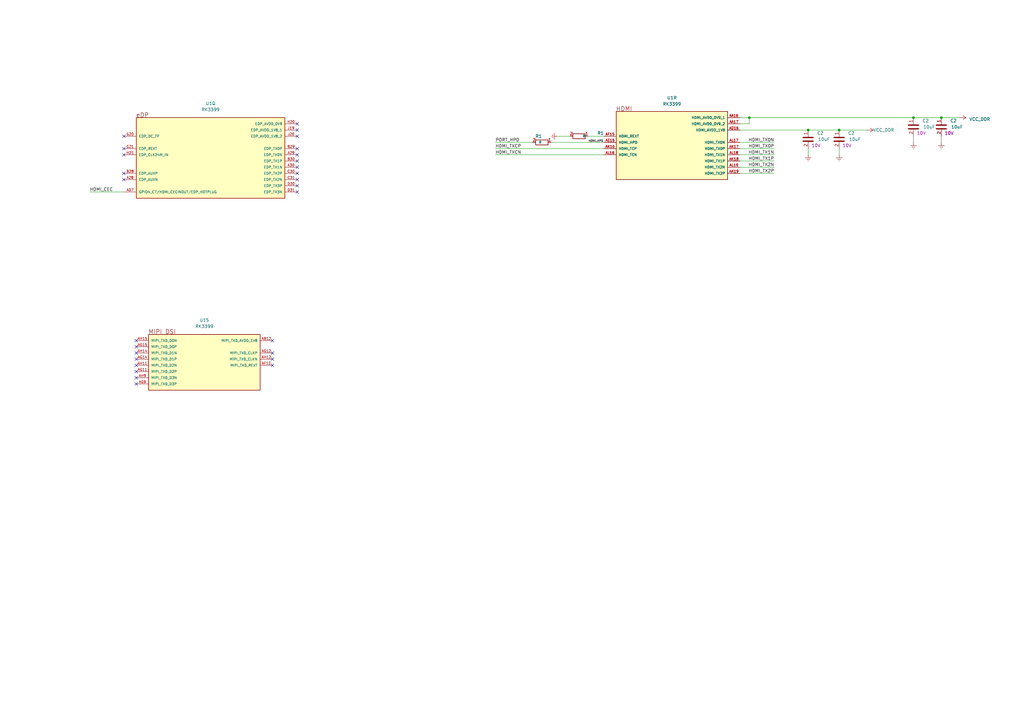
<source format=kicad_sch>
(kicad_sch (version 20220904) (generator eeschema)
  (paper "A3")
  (junction (at 307.34 48.26))
  (junction (at 386.08 48.26))
  (junction (at 374.65 48.26))
  (junction (at 331.47 53.34))
  (junction (at 344.17 53.34))
  (no_connect (at 55.88 147.32))
  (no_connect (at 55.88 149.86))
  (no_connect (at 55.88 152.4))
  (no_connect (at 55.88 154.94))
  (no_connect (at 55.88 157.48))
  (no_connect (at 111.76 147.32))
  (no_connect (at 55.88 139.7))
  (no_connect (at 55.88 142.24))
  (no_connect (at 55.88 144.78))
  (no_connect (at 111.76 139.7))
  (no_connect (at 111.76 144.78))
  (no_connect (at 111.76 149.86))
  (no_connect (at 50.8 63.5))
  (no_connect (at 50.8 60.96))
  (no_connect (at 50.8 71.12))
  (no_connect (at 50.8 55.88))
  (no_connect (at 50.8 73.66))
  (no_connect (at 121.92 73.66))
  (no_connect (at 121.92 76.2))
  (no_connect (at 121.92 78.74))
  (no_connect (at 121.92 66.04))
  (no_connect (at 121.92 68.58))
  (no_connect (at 121.92 71.12))
  (no_connect (at 121.92 60.96))
  (no_connect (at 121.92 63.5))
  (no_connect (at 121.92 50.8))
  (no_connect (at 121.92 53.34))
  (no_connect (at 121.92 55.88))
  (wire (pts (xy 303.53 50.8) (xy 307.34 50.8)))
  (wire (pts (xy 303.53 53.34) (xy 331.47 53.34)))
  (wire (pts (xy 317.5 58.42) (xy 303.53 58.42)))
  (wire (pts (xy 303.53 48.26) (xy 307.34 48.26)))
  (wire (pts (xy 317.5 66.04) (xy 303.53 66.04)))
  (wire (pts (xy 317.5 63.5) (xy 303.53 63.5)))
  (wire (pts (xy 344.17 53.34) (xy 355.6 53.34)))
  (wire (pts (xy 241.3 55.88) (xy 247.65 55.88)))
  (wire (pts (xy 344.17 63.5) (xy 344.17 60.96)))
  (wire (pts (xy 203.2 60.96) (xy 247.65 60.96)))
  (wire (pts (xy 36.83 78.74) (xy 50.8 78.74)))
  (wire (pts (xy 317.5 68.58) (xy 303.53 68.58)))
  (wire (pts (xy 386.08 48.26) (xy 393.7 48.26)))
  (wire (pts (xy 374.65 58.42) (xy 374.65 55.88)))
  (wire (pts (xy 386.08 58.42) (xy 386.08 55.88)))
  (wire (pts (xy 307.34 50.8) (xy 307.34 48.26)))
  (wire (pts (xy 331.47 63.5) (xy 331.47 60.96)))
  (wire (pts (xy 331.47 53.34) (xy 344.17 53.34)))
  (wire (pts (xy 307.34 48.26) (xy 374.65 48.26)))
  (wire (pts (xy 226.06 58.42) (xy 247.65 58.42)))
  (wire (pts (xy 228.6 55.88) (xy 233.68 55.88)))
  (wire (pts (xy 317.5 60.96) (xy 303.53 60.96)))
  (wire (pts (xy 203.2 58.42) (xy 218.44 58.42)))
  (wire (pts (xy 374.65 48.26) (xy 386.08 48.26)))
  (wire (pts (xy 203.2 63.5) (xy 247.65 63.5)))
  (wire (pts (xy 317.5 71.12) (xy 303.53 71.12)))
  (label "HDMI_TX2N" (at 317.5 68.58 180))
  (label "HDMI_HPD" (at 241.3 58.42 0) (effects (font (size 0.8 0.8))))
  (label "HDMI_TX0N" (at 317.5 58.42 180))
  (label "HDMI_TXCN" (at 203.2 63.5 0))
  (label "HDMI_TXCP" (at 203.2 60.96 0))
  (label "HDMI_TX2P" (at 317.5 71.12 180))
  (label "PORT_HPD" (at 203.2 58.42 0))
  (label "HDMI_TX1N" (at 317.5 63.5 180))
  (label "HDMI_CEC" (at 36.83 78.74 0))
  (label "HDMI_TX1P" (at 317.5 66.04 180))
  (label "HDMI_TX0P" (at 317.5 60.96 180))
  (symbol (lib_id "power:Earth") (at 228.6 55.88 270) (unit 1)
    (default_instance (reference "#PWR?") (unit 1) (value "Earth") (footprint ""))
    (property "Reference" "#PWR?" (effects hide))
    (property "Value" "Earth" (effects hide))
  )
  (symbol (lib_id "power_RK3399:VCCA0V9_HDMI") (at 393.7 48.26 270) (unit 1)
    (default_instance (reference "#PWR0333") (unit 1) (value "VCCA0V9_HDMI") (footprint ""))
    (property "Reference" "#PWR0333" (effects hide))
    (property "Value" "VCCA0V9_HDMI" (at 397.51 48.895 90) (effects (justify left)))
  )
  (symbol (lib_name "C_7") (lib_id "Device:C") (at 344.17 57.15 0) (mirror y) (unit 1)
    (default_instance (reference "C2") (unit 1) (value "10uF") (footprint "Capacitor_SMD:C_0402_1005Metric_Pad0.74x0.62mm_HandSolder"))
    (property "Reference" "C2" (at 350.52 54.61 0) (effects (justify left)))
    (property "Value" "10uF" (at 353.06 57.15 0) (effects (justify left)))
    (property "Footprint" "Capacitor_SMD:C_0402_1005Metric_Pad0.74x0.62mm_HandSolder" (effects hide))
    (property "Vpr" "10V" (at 349.25 59.69 0) (effects (justify left)))
  )
  (symbol (lib_id "power:Earth") (at 374.65 58.42 0) (unit 1)
    (default_instance (reference "#PWR?") (unit 1) (value "Earth") (footprint ""))
    (property "Reference" "#PWR?" (effects hide))
    (property "Value" "Earth" (effects hide))
  )
  (symbol (lib_id "RK3399:RK3399") (at 86.36 66.04 0) (unit 17)
    (default_instance (reference "U1") (unit 17) (value "RK3399") (footprint "BGA828C65P31X31_2100X2100X161N"))
    (property "Reference" "U1" (at 86.36 42.418 0))
    (property "Value" "RK3399" (at 86.36 44.958 0))
    (property "Footprint" "BGA828C65P31X31_2100X2100X161N" (effects hide))
    (property "Price" "None" (effects hide))
    (property "MP" "RK3399" (effects hide))
    (property "Description" "RK3399 ROCK Pi 4 Model A 2GB - ARM® Cortex®-A53, Cortex®-A72 MPU Embedded Evaluation Board" (effects hide))
    (property "Availability" "Not in stock" (effects hide))
    (property "Package" "Seeed Technology" (effects hide))
    (property "MF" "Rockchip" (effects hide))
  )
  (symbol (lib_name "C_7") (lib_id "Device:C") (at 374.65 52.07 0) (mirror y) (unit 1)
    (default_instance (reference "C2") (unit 1) (value "10uF") (footprint "Capacitor_SMD:C_0402_1005Metric_Pad0.74x0.62mm_HandSolder"))
    (property "Reference" "C2" (at 381 49.53 0) (effects (justify left)))
    (property "Value" "10uF" (at 383.54 52.07 0) (effects (justify left)))
    (property "Footprint" "Capacitor_SMD:C_0402_1005Metric_Pad0.74x0.62mm_HandSolder" (effects hide))
    (property "Vpr" "10V" (at 379.73 54.61 0) (effects (justify left)))
  )
  (symbol (lib_id "power:Earth") (at 386.08 58.42 0) (unit 1)
    (default_instance (reference "#PWR?") (unit 1) (value "Earth") (footprint ""))
    (property "Reference" "#PWR?" (effects hide))
    (property "Value" "Earth" (effects hide))
  )
  (symbol (lib_id "RK3399:RK3399") (at 83.82 149.86 0) (unit 19)
    (default_instance (reference "U1") (unit 19) (value "RK3399") (footprint "BGA828C65P31X31_2100X2100X161N"))
    (property "Reference" "U1" (at 83.82 131.318 0))
    (property "Value" "RK3399" (at 83.82 133.858 0))
    (property "Footprint" "BGA828C65P31X31_2100X2100X161N" (effects hide))
    (property "Price" "None" (effects hide))
    (property "MP" "RK3399" (effects hide))
    (property "Description" "RK3399 ROCK Pi 4 Model A 2GB - ARM® Cortex®-A53, Cortex®-A72 MPU Embedded Evaluation Board" (effects hide))
    (property "Availability" "Not in stock" (effects hide))
    (property "Package" "Seeed Technology" (effects hide))
    (property "MF" "Rockchip" (effects hide))
  )
  (symbol (lib_name "R_2") (lib_id "Device:R") (at 222.25 58.42 270) (mirror x) (unit 1)
    (default_instance (reference "R1") (unit 1) (value "R") (footprint ""))
    (property "Reference" "R1" (at 222.25 55.88 90) (effects (justify right)))
    (property "Value" "R" (at 220.98 58.42 90) (effects (font (size 1 1)) (justify left)))
  )
  (symbol (lib_id "power_RK3399:VCCA1V8_HDMI") (at 355.6 53.34 270) (unit 1)
    (default_instance (reference "#PWR0328") (unit 1) (value "VCCA1V8_HDMI") (footprint ""))
    (property "Reference" "#PWR0328" (effects hide))
    (property "Value" "VCCA1V8_HDMI" (at 358.14 53.34 90) (effects (justify left)))
  )
  (symbol (lib_name "C_7") (lib_id "Device:C") (at 386.08 52.07 0) (mirror y) (unit 1)
    (default_instance (reference "C2") (unit 1) (value "10uF") (footprint "Capacitor_SMD:C_0402_1005Metric_Pad0.74x0.62mm_HandSolder"))
    (property "Reference" "C2" (at 392.43 49.53 0) (effects (justify left)))
    (property "Value" "10uF" (at 394.97 52.07 0) (effects (justify left)))
    (property "Footprint" "Capacitor_SMD:C_0402_1005Metric_Pad0.74x0.62mm_HandSolder" (effects hide))
    (property "Vpr" "10V" (at 391.16 54.61 0) (effects (justify left)))
  )
  (symbol (lib_name "R_2") (lib_id "Device:R") (at 237.49 55.88 270) (mirror x) (unit 1)
    (default_instance (reference "R1") (unit 1) (value "R") (footprint ""))
    (property "Reference" "R1" (at 247.65 54.61 90) (effects (justify right)))
    (property "Value" "R" (at 240.03 55.88 90) (effects (font (size 1 1)) (justify right)))
  )
  (symbol (lib_id "power:Earth") (at 344.17 63.5 0) (unit 1)
    (default_instance (reference "#PWR?") (unit 1) (value "Earth") (footprint ""))
    (property "Reference" "#PWR?" (effects hide))
    (property "Value" "Earth" (effects hide))
  )
  (symbol (lib_id "RK3399:RK3399") (at 275.59 60.96 0) (unit 18)
    (default_instance (reference "U1") (unit 18) (value "RK3399") (footprint "BGA828C65P31X31_2100X2100X161N"))
    (property "Reference" "U1" (at 275.59 40.132 0))
    (property "Value" "RK3399" (at 275.59 42.672 0))
    (property "Footprint" "BGA828C65P31X31_2100X2100X161N" (effects hide))
    (property "Price" "None" (effects hide))
    (property "MP" "RK3399" (effects hide))
    (property "Description" "RK3399 ROCK Pi 4 Model A 2GB - ARM® Cortex®-A53, Cortex®-A72 MPU Embedded Evaluation Board" (effects hide))
    (property "Availability" "Not in stock" (effects hide))
    (property "Package" "Seeed Technology" (effects hide))
    (property "MF" "Rockchip" (effects hide))
  )
  (symbol (lib_id "power:Earth") (at 331.47 63.5 0) (unit 1)
    (default_instance (reference "#PWR?") (unit 1) (value "Earth") (footprint ""))
    (property "Reference" "#PWR?" (effects hide))
    (property "Value" "Earth" (effects hide))
  )
  (symbol (lib_name "C_7") (lib_id "Device:C") (at 331.47 57.15 0) (mirror y) (unit 1)
    (default_instance (reference "C2") (unit 1) (value "10uF") (footprint "Capacitor_SMD:C_0402_1005Metric_Pad0.74x0.62mm_HandSolder"))
    (property "Reference" "C2" (at 337.82 54.61 0) (effects (justify left)))
    (property "Value" "10uF" (at 340.36 57.15 0) (effects (justify left)))
    (property "Footprint" "Capacitor_SMD:C_0402_1005Metric_Pad0.74x0.62mm_HandSolder" (effects hide))
    (property "Vpr" "10V" (at 336.55 59.69 0) (effects (justify left)))
  )
)
</source>
